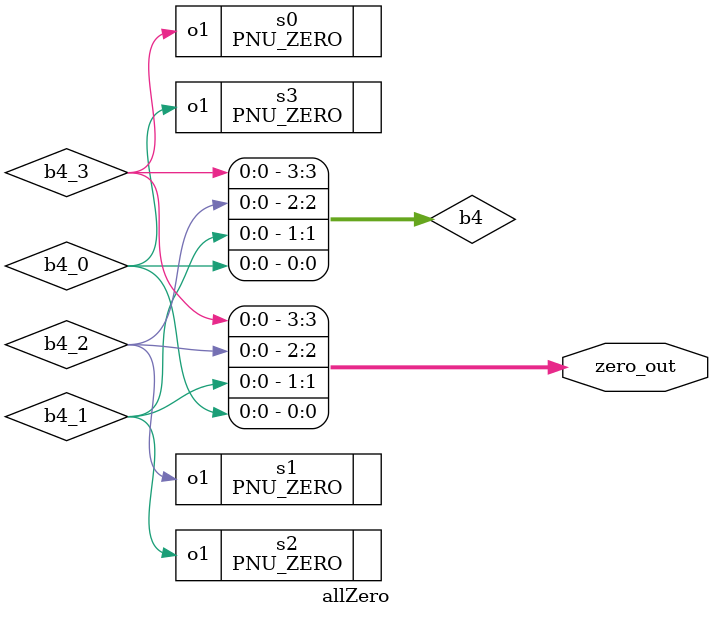
<source format=v>
module allZero(zero_out);

output [3:0] zero_out;

wire [3:0] b4;
wire  b4_3;
wire  b4_0;
wire  b4_1;
wire  b4_2;

assign zero_out = b4;

assign b4[3] = b4_3;
assign b4[2] = b4_2;
assign b4[1] = b4_1;
assign b4[0] = b4_0;

PNU_ZERO
     s0 (
      .o1(b4_3));

PNU_ZERO
     s1 (
      .o1(b4_2));

PNU_ZERO
     s2 (
      .o1(b4_1));

PNU_ZERO
     s3 (
      .o1(b4_0));

endmodule


</source>
